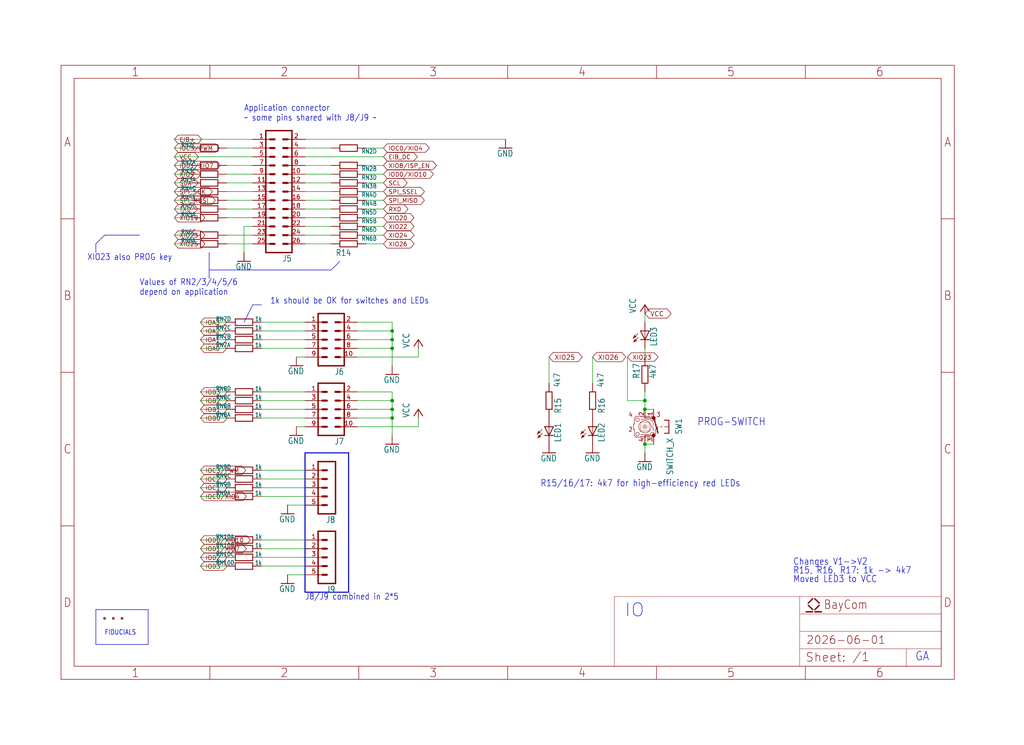
<source format=kicad_sch>
(kicad_sch (version 20230121) (generator eeschema)
  (paper "User" 298.45 217.322)
  (lib_symbols
    (symbol "gnax2-eagle-import:A4L-LOC"
      (symbol "A4L-LOC_1_0"
        (text "${#}/${##}" (at 230.505 5.08 0) (effects (font (size 2.54 2.54)) (justify left bottom)))
        (text "${CURRENT_DATE}" (at 217.17 10.16 0) (effects (font (size 2.286 2.286)) (justify left bottom)))
        (text "${PROJECTNAME}" (at 217.17 15.24 0) (effects (font (size 2.54 2.54)) (justify left bottom)))
        (text "1" (at 21.6958 1.905 0) (effects (font (size 2.54 2.286))))
        (text "1" (at 21.6958 177.165 0) (effects (font (size 2.54 2.286))))
        (text "2" (at 65.0875 1.905 0) (effects (font (size 2.54 2.286))))
        (text "2" (at 65.0875 177.165 0) (effects (font (size 2.54 2.286))))
        (text "3" (at 108.4792 1.905 0) (effects (font (size 2.54 2.286))))
        (text "3" (at 108.4792 177.165 0) (effects (font (size 2.54 2.286))))
        (text "4" (at 151.8708 1.905 0) (effects (font (size 2.54 2.286))))
        (text "4" (at 151.8708 177.165 0) (effects (font (size 2.54 2.286))))
        (text "5" (at 195.2625 1.905 0) (effects (font (size 2.54 2.286))))
        (text "5" (at 195.2625 177.165 0) (effects (font (size 2.54 2.286))))
        (text "6" (at 238.6542 1.905 0) (effects (font (size 2.54 2.286))))
        (text "6" (at 238.6542 177.165 0) (effects (font (size 2.54 2.286))))
        (text "A" (at 1.905 156.6863 0) (effects (font (size 2.54 2.286))))
        (text "A" (at 258.445 156.6863 0) (effects (font (size 2.54 2.286))))
        (text "B" (at 1.905 111.9188 0) (effects (font (size 2.54 2.286))))
        (text "B" (at 258.445 111.9188 0) (effects (font (size 2.54 2.286))))
        (text "BayCom" (at 222.25 20.32 0) (effects (font (size 2.54 2.159)) (justify left bottom)))
        (text "C" (at 1.905 67.1513 0) (effects (font (size 2.54 2.286))))
        (text "C" (at 258.445 67.1513 0) (effects (font (size 2.54 2.286))))
        (text "D" (at 1.905 22.3838 0) (effects (font (size 2.54 2.286))))
        (text "D" (at 258.445 22.3838 0) (effects (font (size 2.54 2.286))))
        (text "Sheet:" (at 216.916 4.953 0) (effects (font (size 2.54 2.54)) (justify left bottom)))
      )
    )
    (symbol "gnax2-eagle-import:FIDUCIAL_0.6-1.2MM")
    (symbol "gnax2-eagle-import:GND" (power)
      (property "Value" "GND" (at -2.54 -2.54 0))
      (symbol "GND_1_0"
        (pin power_in line (at 0 2.54 270) (length 2.54) (name "GND") (number "1"))
      )
    )
    (symbol "gnax2-eagle-import:LEDCHIP-LED0805"
      (property "Reference" "LED" (at 3.556 -4.572 90))
      (symbol "LEDCHIP-LED0805_1_0"
        (pin passive line (at 0 2.54 270) (length 2.54) (name "A") (number "A"))
        (pin passive line (at 0 -5.08 90) (length 2.54) (name "C") (number "C"))
      )
    )
    (symbol "gnax2-eagle-import:MA05-1"
      (property "Reference" "SV" (at -1.27 8.382 0))
      (symbol "MA05-1_1_0"
        (pin passive line (at 7.62 -5.08 180) (length 5.08) (name "1") (number "1"))
        (pin passive line (at 7.62 -2.54 180) (length 5.08) (name "2") (number "2"))
        (pin passive line (at 7.62 0 180) (length 5.08) (name "3") (number "3"))
        (pin passive line (at 7.62 2.54 180) (length 5.08) (name "4") (number "4"))
        (pin passive line (at 7.62 5.08 180) (length 5.08) (name "5") (number "5"))
      )
    )
    (symbol "gnax2-eagle-import:MA05-2"
      (property "Reference" "SV" (at -3.81 8.382 0))
      (symbol "MA05-2_1_0"
        (pin passive line (at 7.62 -5.08 180) (length 5.08) (name "1") (number "1"))
        (pin passive line (at -7.62 5.08 0) (length 5.08) (name "10") (number "10"))
        (pin passive line (at -7.62 -5.08 0) (length 5.08) (name "2") (number "2"))
        (pin passive line (at 7.62 -2.54 180) (length 5.08) (name "3") (number "3"))
        (pin passive line (at -7.62 -2.54 0) (length 5.08) (name "4") (number "4"))
        (pin passive line (at 7.62 0 180) (length 5.08) (name "5") (number "5"))
        (pin passive line (at -7.62 0 0) (length 5.08) (name "6") (number "6"))
        (pin passive line (at 7.62 2.54 180) (length 5.08) (name "7") (number "7"))
        (pin passive line (at -7.62 2.54 0) (length 5.08) (name "8") (number "8"))
        (pin passive line (at 7.62 5.08 180) (length 5.08) (name "9") (number "9"))
      )
    )
    (symbol "gnax2-eagle-import:MA13-2"
      (property "Reference" "SV" (at -3.81 18.542 0))
      (symbol "MA13-2_1_0"
        (pin passive line (at 7.62 -15.24 180) (length 5.08) (name "1") (number "1"))
        (pin passive line (at -7.62 -5.08 0) (length 5.08) (name "10") (number "10"))
        (pin passive line (at 7.62 -2.54 180) (length 5.08) (name "11") (number "11"))
        (pin passive line (at -7.62 -2.54 0) (length 5.08) (name "12") (number "12"))
        (pin passive line (at 7.62 0 180) (length 5.08) (name "13") (number "13"))
        (pin passive line (at -7.62 0 0) (length 5.08) (name "14") (number "14"))
        (pin passive line (at 7.62 2.54 180) (length 5.08) (name "15") (number "15"))
        (pin passive line (at -7.62 2.54 0) (length 5.08) (name "16") (number "16"))
        (pin passive line (at 7.62 5.08 180) (length 5.08) (name "17") (number "17"))
        (pin passive line (at -7.62 5.08 0) (length 5.08) (name "18") (number "18"))
        (pin passive line (at 7.62 7.62 180) (length 5.08) (name "19") (number "19"))
        (pin passive line (at -7.62 -15.24 0) (length 5.08) (name "2") (number "2"))
        (pin passive line (at -7.62 7.62 0) (length 5.08) (name "20") (number "20"))
        (pin passive line (at 7.62 10.16 180) (length 5.08) (name "21") (number "21"))
        (pin passive line (at -7.62 10.16 0) (length 5.08) (name "22") (number "22"))
        (pin passive line (at 7.62 12.7 180) (length 5.08) (name "23") (number "23"))
        (pin passive line (at -7.62 12.7 0) (length 5.08) (name "24") (number "24"))
        (pin passive line (at 7.62 15.24 180) (length 5.08) (name "25") (number "25"))
        (pin passive line (at -7.62 15.24 0) (length 5.08) (name "26") (number "26"))
        (pin passive line (at 7.62 -12.7 180) (length 5.08) (name "3") (number "3"))
        (pin passive line (at -7.62 -12.7 0) (length 5.08) (name "4") (number "4"))
        (pin passive line (at 7.62 -10.16 180) (length 5.08) (name "5") (number "5"))
        (pin passive line (at -7.62 -10.16 0) (length 5.08) (name "6") (number "6"))
        (pin passive line (at 7.62 -7.62 180) (length 5.08) (name "7") (number "7"))
        (pin passive line (at -7.62 -7.62 0) (length 5.08) (name "8") (number "8"))
        (pin passive line (at 7.62 -5.08 180) (length 5.08) (name "9") (number "9"))
      )
    )
    (symbol "gnax2-eagle-import:R-EU_R0603"
      (property "Reference" "R" (at -3.81 1.4986 0))
      (symbol "R-EU_R0603_1_0"
        (pin passive line (at -5.08 0 0) (length 2.54) (name "1") (number "1"))
        (pin passive line (at 5.08 0 180) (length 2.54) (name "2") (number "2"))
      )
    )
    (symbol "gnax2-eagle-import:RNET12061"
      (property "Reference" "RN" (at -8.255 0.254 0))
      (symbol "RNET12061_1_0"
        (pin bidirectional line (at -5.08 0 0) (length 2.54) (name "P$1") (number "1"))
        (pin bidirectional line (at 5.08 0 180) (length 2.54) (name "P$2") (number "8"))
      )
      (symbol "RNET12061_2_0"
        (pin bidirectional line (at -5.08 0 0) (length 2.54) (name "P$1") (number "2"))
        (pin bidirectional line (at 5.08 0 180) (length 2.54) (name "P$2") (number "7"))
      )
      (symbol "RNET12061_3_0"
        (pin bidirectional line (at -5.08 0 0) (length 2.54) (name "P$1") (number "3"))
        (pin bidirectional line (at 5.08 0 180) (length 2.54) (name "P$2") (number "6"))
      )
      (symbol "RNET12061_4_0"
        (pin bidirectional line (at -5.08 0 0) (length 2.54) (name "P$1") (number "4"))
        (pin bidirectional line (at 5.08 0 180) (length 2.54) (name "P$2") (number "5"))
      )
    )
    (symbol "gnax2-eagle-import:SWITCH_X"
      (property "Reference" "S" (at -6.35 -2.54 90))
      (symbol "SWITCH_X_1_0"
        (text "1" (at -1.778 1.651 0) (effects (font (size 1.27 1.0795)) (justify left bottom)))
        (text "2" (at 6.096 1.524 0) (effects (font (size 1.27 1.0795)) (justify left bottom)))
        (text "3" (at -2.032 -2.794 0) (effects (font (size 1.27 1.0795)) (justify left bottom)))
        (text "4" (at 6.096 -2.794 0) (effects (font (size 1.27 1.0795)) (justify left bottom)))
        (pin passive line (at 0 -5.08 90) (length 2.54) (name "P") (number "1"))
        (pin passive line (at 2.54 -5.08 90) (length 2.54) (name "P1") (number "2"))
        (pin passive line (at 0 5.08 270) (length 2.54) (name "S") (number "3"))
        (pin passive line (at 2.54 5.08 270) (length 2.54) (name "S1") (number "4"))
      )
    )
    (symbol "gnax2-eagle-import:VCC" (power)
      (property "Value" "VCC" (at -2.54 -2.54 90))
      (symbol "VCC_1_0"
        (pin power_in line (at 0 -2.54 90) (length 2.54) (name "VCC") (number "1"))
      )
    )
  )
  (junction (at 114.3 116.84))
  (junction (at 187.96 116.84))
  (junction (at 187.96 119.38))
  (junction (at 114.3 121.92))
  (junction (at 187.96 129.54))
  (junction (at 114.3 99.06))
  (junction (at 114.3 101.6))
  (junction (at 114.3 96.52))
  (junction (at 114.3 119.38))
  (wire (pts (xy 104.14 114.3) (xy 114.3 114.3)) (stroke (width 0.1524)))
  (wire (pts (xy 114.3 121.92) (xy 114.3 127)) (stroke (width 0.1524)))
  (wire (pts (xy 104.14 121.92) (xy 114.3 121.92)) (stroke (width 0.1524)))
  (wire (pts (xy 190.5 119.38) (xy 187.96 119.38)) (stroke (width 0.1524)))
  (wire (pts (xy 66.04 96.52) (xy 58.42 96.52)) (stroke (width 0.1524)))
  (polyline (pts (xy 27.94 73.66) (xy 27.94 71.12)) (stroke (width 0.1524) (type solid)))
  (wire (pts (xy 114.3 93.98) (xy 114.3 96.52)) (stroke (width 0.1524)))
  (wire (pts (xy 106.68 48.26) (xy 111.76 48.26)) (stroke (width 0.1524)))
  (wire (pts (xy 76.2 162.56) (xy 88.9 162.56)) (stroke (width 0.1524)))
  (wire (pts (xy 66.04 68.58) (xy 73.66 68.58)) (stroke (width 0.1524)))
  (wire (pts (xy 55.88 50.8) (xy 50.8 50.8)) (stroke (width 0.1524)))
  (wire (pts (xy 58.42 165.1) (xy 66.04 165.1)) (stroke (width 0.1524)))
  (polyline (pts (xy 30.48 68.58) (xy 40.64 68.58)) (stroke (width 0.1524) (type solid)))
  (wire (pts (xy 55.88 53.34) (xy 50.8 53.34)) (stroke (width 0.1524)))
  (polyline (pts (xy 60.96 78.74) (xy 96.52 78.74)) (stroke (width 0.1524) (type solid)))
  (wire (pts (xy 76.2 137.16) (xy 88.9 137.16)) (stroke (width 0.1524)))
  (wire (pts (xy 187.96 101.6) (xy 187.96 104.14)) (stroke (width 0.1524)))
  (wire (pts (xy 121.92 124.46) (xy 121.92 121.92)) (stroke (width 0.1524)))
  (wire (pts (xy 76.2 165.1) (xy 88.9 165.1)) (stroke (width 0.1524)))
  (wire (pts (xy 182.88 116.84) (xy 182.88 104.14)) (stroke (width 0.1524)))
  (wire (pts (xy 106.68 66.04) (xy 111.76 66.04)) (stroke (width 0.1524)))
  (wire (pts (xy 88.9 53.34) (xy 96.52 53.34)) (stroke (width 0.1524)))
  (wire (pts (xy 106.68 58.42) (xy 111.76 58.42)) (stroke (width 0.1524)))
  (polyline (pts (xy 27.94 177.8) (xy 27.94 187.96)) (stroke (width 0.1524) (type solid)))
  (polyline (pts (xy 96.52 78.74) (xy 99.06 76.2)) (stroke (width 0.1524) (type solid)))
  (wire (pts (xy 73.66 43.18) (xy 66.04 43.18)) (stroke (width 0.1524)))
  (wire (pts (xy 187.96 116.84) (xy 187.96 119.38)) (stroke (width 0.1524)))
  (wire (pts (xy 114.3 101.6) (xy 114.3 106.68)) (stroke (width 0.1524)))
  (wire (pts (xy 66.04 119.38) (xy 58.42 119.38)) (stroke (width 0.1524)))
  (wire (pts (xy 114.3 114.3) (xy 114.3 116.84)) (stroke (width 0.1524)))
  (wire (pts (xy 88.9 43.18) (xy 96.52 43.18)) (stroke (width 0.1524)))
  (wire (pts (xy 114.3 99.06) (xy 114.3 101.6)) (stroke (width 0.1524)))
  (wire (pts (xy 66.04 160.02) (xy 58.42 160.02)) (stroke (width 0.1524)))
  (wire (pts (xy 66.04 53.34) (xy 73.66 53.34)) (stroke (width 0.1524)))
  (wire (pts (xy 55.88 63.5) (xy 50.8 63.5)) (stroke (width 0.1524)))
  (wire (pts (xy 76.2 139.7) (xy 88.9 139.7)) (stroke (width 0.1524)))
  (polyline (pts (xy 60.96 73.66) (xy 60.96 78.74)) (stroke (width 0.1524) (type solid)))
  (wire (pts (xy 73.66 45.72) (xy 50.8 45.72)) (stroke (width 0.1524)))
  (wire (pts (xy 55.88 43.18) (xy 50.8 43.18)) (stroke (width 0.1524)))
  (wire (pts (xy 76.2 99.06) (xy 88.9 99.06)) (stroke (width 0.1524)))
  (wire (pts (xy 66.04 121.92) (xy 58.42 121.92)) (stroke (width 0.1524)))
  (wire (pts (xy 76.2 93.98) (xy 88.9 93.98)) (stroke (width 0.1524)))
  (wire (pts (xy 114.3 96.52) (xy 114.3 99.06)) (stroke (width 0.1524)))
  (wire (pts (xy 50.8 71.12) (xy 55.88 71.12)) (stroke (width 0.1524)))
  (wire (pts (xy 76.2 121.92) (xy 88.9 121.92)) (stroke (width 0.1524)))
  (wire (pts (xy 66.04 55.88) (xy 73.66 55.88)) (stroke (width 0.1524)))
  (wire (pts (xy 106.68 63.5) (xy 111.76 63.5)) (stroke (width 0.1524)))
  (wire (pts (xy 106.68 53.34) (xy 111.76 53.34)) (stroke (width 0.1524)))
  (wire (pts (xy 66.04 139.7) (xy 58.42 139.7)) (stroke (width 0.1524)))
  (wire (pts (xy 114.3 116.84) (xy 114.3 119.38)) (stroke (width 0.1524)))
  (wire (pts (xy 55.88 55.88) (xy 50.8 55.88)) (stroke (width 0.1524)))
  (wire (pts (xy 88.9 40.64) (xy 147.32 40.64)) (stroke (width 0.1524)))
  (wire (pts (xy 55.88 68.58) (xy 50.8 68.58)) (stroke (width 0.1524)))
  (wire (pts (xy 114.3 119.38) (xy 114.3 121.92)) (stroke (width 0.1524)))
  (wire (pts (xy 88.9 48.26) (xy 96.52 48.26)) (stroke (width 0.1524)))
  (wire (pts (xy 58.42 142.24) (xy 66.04 142.24)) (stroke (width 0.1524)))
  (wire (pts (xy 88.9 45.72) (xy 111.76 45.72)) (stroke (width 0.1524)))
  (wire (pts (xy 76.2 160.02) (xy 88.9 160.02)) (stroke (width 0.1524)))
  (wire (pts (xy 187.96 93.98) (xy 187.96 91.44)) (stroke (width 0.1524)))
  (wire (pts (xy 76.2 101.6) (xy 88.9 101.6)) (stroke (width 0.1524)))
  (wire (pts (xy 66.04 48.26) (xy 73.66 48.26)) (stroke (width 0.1524)))
  (wire (pts (xy 76.2 119.38) (xy 88.9 119.38)) (stroke (width 0.1524)))
  (wire (pts (xy 58.42 162.56) (xy 66.04 162.56)) (stroke (width 0.1524)))
  (wire (pts (xy 187.96 116.84) (xy 182.88 116.84)) (stroke (width 0.1524)))
  (wire (pts (xy 58.42 116.84) (xy 66.04 116.84)) (stroke (width 0.1524)))
  (wire (pts (xy 190.5 129.54) (xy 187.96 129.54)) (stroke (width 0.1524)))
  (wire (pts (xy 106.68 60.96) (xy 111.76 60.96)) (stroke (width 0.1524)))
  (wire (pts (xy 104.14 104.14) (xy 121.92 104.14)) (stroke (width 0.1524)))
  (wire (pts (xy 66.04 60.96) (xy 73.66 60.96)) (stroke (width 0.1524)))
  (wire (pts (xy 55.88 48.26) (xy 50.8 48.26)) (stroke (width 0.1524)))
  (wire (pts (xy 96.52 60.96) (xy 88.9 60.96)) (stroke (width 0.1524)))
  (wire (pts (xy 104.14 99.06) (xy 114.3 99.06)) (stroke (width 0.1524)))
  (wire (pts (xy 66.04 93.98) (xy 58.42 93.98)) (stroke (width 0.1524)))
  (wire (pts (xy 58.42 137.16) (xy 66.04 137.16)) (stroke (width 0.1524)))
  (wire (pts (xy 104.14 96.52) (xy 114.3 96.52)) (stroke (width 0.1524)))
  (wire (pts (xy 66.04 58.42) (xy 73.66 58.42)) (stroke (width 0.1524)))
  (wire (pts (xy 66.04 71.12) (xy 73.66 71.12)) (stroke (width 0.1524)))
  (wire (pts (xy 106.68 50.8) (xy 111.76 50.8)) (stroke (width 0.1524)))
  (wire (pts (xy 83.82 147.32) (xy 88.9 147.32)) (stroke (width 0.1524)))
  (wire (pts (xy 104.14 93.98) (xy 114.3 93.98)) (stroke (width 0.1524)))
  (polyline (pts (xy 88.9 132.08) (xy 88.9 172.72)) (stroke (width 0.3048) (type solid)))
  (wire (pts (xy 106.68 68.58) (xy 111.76 68.58)) (stroke (width 0.1524)))
  (wire (pts (xy 96.52 58.42) (xy 88.9 58.42)) (stroke (width 0.1524)))
  (wire (pts (xy 88.9 50.8) (xy 96.52 50.8)) (stroke (width 0.1524)))
  (wire (pts (xy 104.14 124.46) (xy 121.92 124.46)) (stroke (width 0.1524)))
  (wire (pts (xy 66.04 99.06) (xy 58.42 99.06)) (stroke (width 0.1524)))
  (wire (pts (xy 96.52 63.5) (xy 88.9 63.5)) (stroke (width 0.1524)))
  (wire (pts (xy 96.52 68.58) (xy 88.9 68.58)) (stroke (width 0.1524)))
  (wire (pts (xy 76.2 142.24) (xy 88.9 142.24)) (stroke (width 0.1524)))
  (wire (pts (xy 76.2 114.3) (xy 88.9 114.3)) (stroke (width 0.1524)))
  (wire (pts (xy 76.2 96.52) (xy 88.9 96.52)) (stroke (width 0.1524)))
  (polyline (pts (xy 60.96 78.74) (xy 60.96 81.28)) (stroke (width 0.1524) (type solid)))
  (wire (pts (xy 172.72 111.76) (xy 172.72 104.14)) (stroke (width 0.1524)))
  (wire (pts (xy 104.14 116.84) (xy 114.3 116.84)) (stroke (width 0.1524)))
  (wire (pts (xy 86.36 124.46) (xy 88.9 124.46)) (stroke (width 0.1524)))
  (wire (pts (xy 66.04 114.3) (xy 58.42 114.3)) (stroke (width 0.1524)))
  (wire (pts (xy 55.88 58.42) (xy 50.8 58.42)) (stroke (width 0.1524)))
  (polyline (pts (xy 27.94 187.96) (xy 43.18 187.96)) (stroke (width 0.1524) (type solid)))
  (wire (pts (xy 187.96 114.3) (xy 187.96 116.84)) (stroke (width 0.1524)))
  (wire (pts (xy 187.96 129.54) (xy 187.96 132.08)) (stroke (width 0.1524)))
  (polyline (pts (xy 88.9 172.72) (xy 101.6 172.72)) (stroke (width 0.3048) (type solid)))
  (wire (pts (xy 88.9 55.88) (xy 96.52 55.88)) (stroke (width 0.1524)))
  (wire (pts (xy 55.88 60.96) (xy 50.8 60.96)) (stroke (width 0.1524)))
  (wire (pts (xy 104.14 101.6) (xy 114.3 101.6)) (stroke (width 0.1524)))
  (wire (pts (xy 73.66 40.64) (xy 50.8 40.64)) (stroke (width 0.1524)))
  (wire (pts (xy 66.04 157.48) (xy 58.42 157.48)) (stroke (width 0.1524)))
  (wire (pts (xy 104.14 119.38) (xy 114.3 119.38)) (stroke (width 0.1524)))
  (wire (pts (xy 73.66 66.04) (xy 71.12 66.04)) (stroke (width 0.1524)))
  (wire (pts (xy 96.52 71.12) (xy 88.9 71.12)) (stroke (width 0.1524)))
  (polyline (pts (xy 73.66 88.9) (xy 71.12 93.98)) (stroke (width 0.1524) (type solid)))
  (wire (pts (xy 76.2 144.78) (xy 88.9 144.78)) (stroke (width 0.1524)))
  (polyline (pts (xy 43.18 187.96) (xy 43.18 177.8)) (stroke (width 0.1524) (type solid)))
  (wire (pts (xy 66.04 50.8) (xy 73.66 50.8)) (stroke (width 0.1524)))
  (wire (pts (xy 106.68 43.18) (xy 111.76 43.18)) (stroke (width 0.1524)))
  (wire (pts (xy 106.68 71.12) (xy 111.76 71.12)) (stroke (width 0.1524)))
  (wire (pts (xy 76.2 116.84) (xy 88.9 116.84)) (stroke (width 0.1524)))
  (wire (pts (xy 86.36 104.14) (xy 88.9 104.14)) (stroke (width 0.1524)))
  (wire (pts (xy 106.68 55.88) (xy 111.76 55.88)) (stroke (width 0.1524)))
  (wire (pts (xy 71.12 66.04) (xy 71.12 73.66)) (stroke (width 0.1524)))
  (wire (pts (xy 76.2 157.48) (xy 88.9 157.48)) (stroke (width 0.1524)))
  (wire (pts (xy 160.02 111.76) (xy 160.02 104.14)) (stroke (width 0.1524)))
  (wire (pts (xy 96.52 66.04) (xy 88.9 66.04)) (stroke (width 0.1524)))
  (wire (pts (xy 66.04 144.78) (xy 58.42 144.78)) (stroke (width 0.1524)))
  (wire (pts (xy 83.82 167.64) (xy 88.9 167.64)) (stroke (width 0.1524)))
  (polyline (pts (xy 101.6 132.08) (xy 88.9 132.08)) (stroke (width 0.3048) (type solid)))
  (wire (pts (xy 66.04 101.6) (xy 58.42 101.6)) (stroke (width 0.1524)))
  (polyline (pts (xy 101.6 172.72) (xy 101.6 132.08)) (stroke (width 0.3048) (type solid)))
  (polyline (pts (xy 76.2 88.9) (xy 73.66 88.9)) (stroke (width 0.1524) (type solid)))
  (polyline (pts (xy 43.18 177.8) (xy 27.94 177.8)) (stroke (width 0.1524) (type solid)))
  (wire (pts (xy 66.04 63.5) (xy 73.66 63.5)) (stroke (width 0.1524)))
  (polyline (pts (xy 27.94 71.12) (xy 30.48 68.58)) (stroke (width 0.1524) (type solid)))
  (wire (pts (xy 121.92 104.14) (xy 121.92 101.6)) (stroke (width 0.1524)))
  (text "XIO23 also PROG key~{}" (at 25.4 76.2 0) (effects (font (size 1.778 1.5113)) (justify left bottom)))
  (text "Moved LED3 to VCC" (at 231.14 170.18 0) (effects (font (size 1.9304 1.6408)) (justify left bottom)))
  (text "1k should be OK for switches and LEDs" (at 78.74 88.9 0) (effects (font (size 1.778 1.5113)) (justify left bottom)))
  (text "IO" (at 187.96 180.34 0) (effects (font (size 3.81 3.81)) (justify right bottom)))
  (text "FIDUCIALS" (at 30.48 185.42 0) (effects (font (size 1.4224 1.209)) (justify left bottom)))
  (text "GA" (at 266.7 193.04 0) (effects (font (size 2.54 2.159)) (justify left bottom)))
  (text "R15/16/17: 4k7 for high-efficiency red LEDs" (at 157.48 142.24 0) (effects (font (size 1.9304 1.6408)) (justify left bottom)))
  (text "Changes V1->V2" (at 231.14 165.1 0) (effects (font (size 1.9304 1.6408)) (justify left bottom)))
  (text "J8/J9 combined in 2*5" (at 88.9 175.26 0) (effects (font (size 1.778 1.5113)) (justify left bottom)))
  (text "Application connector\n~~{} some pins shared with J8/J9 ~~{}" (at 71.12 35.56 0) (effects (font (size 1.778 1.5113)) (justify left bottom)))
  (text "R15, R16, R17: 1k -> 4k7" (at 231.14 167.64 0) (effects (font (size 1.9304 1.6408)) (justify left bottom)))
  (text "PROG-SWITCH" (at 203.2 124.46 0) (effects (font (size 2.1844 1.8567)) (justify left bottom)))
  (text "Values of RN2/3/4/5/6\ndepend on application" (at 40.64 86.36 0) (effects (font (size 1.778 1.5113)) (justify left bottom)))
  (global_label "XIO26" (shape bidirectional) (at 111.76 71.12 0) (effects (font (size 1.2446 1.2446))) (property "Intersheetrefs" "${INTERSHEET_REFS}" (effects hide)))
  (global_label "VCC" (shape bidirectional) (at 187.96 91.44 0) (effects (font (size 1.3513 1.3513))) (property "Intersheetrefs" "${INTERSHEET_REFS}" (effects hide)))
  (global_label "RXD" (shape bidirectional) (at 111.76 60.96 0) (effects (font (size 1.2446 1.2446))) (property "Intersheetrefs" "${INTERSHEET_REFS}" (effects hide)))
  (global_label "SPI_MOSI" (shape bidirectional) (at 50.8 58.42 0) (effects (font (size 1.2446 1.2446))) (property "Intersheetrefs" "${INTERSHEET_REFS}" (effects hide)))
  (global_label "SCL" (shape bidirectional) (at 111.76 53.34 0) (effects (font (size 1.2446 1.2446))) (property "Intersheetrefs" "${INTERSHEET_REFS}" (effects hide)))
  (global_label "IOC0/XIO4" (shape bidirectional) (at 58.42 144.78 0) (effects (font (size 1.2446 1.2446))) (property "Intersheetrefs" "${INTERSHEET_REFS}" (effects hide)))
  (global_label "EIB+" (shape bidirectional) (at 50.8 40.64 0) (effects (font (size 1.2446 1.2446))) (property "Intersheetrefs" "${INTERSHEET_REFS}" (effects hide)))
  (global_label "TXD" (shape bidirectional) (at 50.8 60.96 0) (effects (font (size 1.2446 1.2446))) (property "Intersheetrefs" "${INTERSHEET_REFS}" (effects hide)))
  (global_label "IOD3" (shape bidirectional) (at 58.42 165.1 0) (effects (font (size 1.2446 1.2446))) (property "Intersheetrefs" "${INTERSHEET_REFS}" (effects hide)))
  (global_label "XIO25" (shape bidirectional) (at 160.02 104.14 0) (effects (font (size 1.3513 1.3513))) (property "Intersheetrefs" "${INTERSHEET_REFS}" (effects hide)))
  (global_label "VCC" (shape bidirectional) (at 50.8 45.72 0) (effects (font (size 1.2446 1.2446))) (property "Intersheetrefs" "${INTERSHEET_REFS}" (effects hide)))
  (global_label "IOC2" (shape bidirectional) (at 58.42 139.7 0) (effects (font (size 1.2446 1.2446))) (property "Intersheetrefs" "${INTERSHEET_REFS}" (effects hide)))
  (global_label "SDA" (shape bidirectional) (at 50.8 53.34 0) (effects (font (size 1.2446 1.2446))) (property "Intersheetrefs" "${INTERSHEET_REFS}" (effects hide)))
  (global_label "IOD1/XIO7" (shape bidirectional) (at 58.42 160.02 0) (effects (font (size 1.2446 1.2446))) (property "Intersheetrefs" "${INTERSHEET_REFS}" (effects hide)))
  (global_label "IOA0" (shape bidirectional) (at 58.42 101.6 0) (effects (font (size 1.2446 1.2446))) (property "Intersheetrefs" "${INTERSHEET_REFS}" (effects hide)))
  (global_label "XIO19" (shape bidirectional) (at 50.8 63.5 0) (effects (font (size 1.2446 1.2446))) (property "Intersheetrefs" "${INTERSHEET_REFS}" (effects hide)))
  (global_label "IOA3" (shape bidirectional) (at 58.42 93.98 0) (effects (font (size 1.2446 1.2446))) (property "Intersheetrefs" "${INTERSHEET_REFS}" (effects hide)))
  (global_label "IOD0/XIO10" (shape bidirectional) (at 58.42 157.48 0) (effects (font (size 1.2446 1.2446))) (property "Intersheetrefs" "${INTERSHEET_REFS}" (effects hide)))
  (global_label "IOB2" (shape bidirectional) (at 58.42 116.84 0) (effects (font (size 1.2446 1.2446))) (property "Intersheetrefs" "${INTERSHEET_REFS}" (effects hide)))
  (global_label "EIB_DC" (shape bidirectional) (at 111.76 45.72 0) (effects (font (size 1.2446 1.2446))) (property "Intersheetrefs" "${INTERSHEET_REFS}" (effects hide)))
  (global_label "XIO23" (shape bidirectional) (at 182.88 104.14 0) (effects (font (size 1.2446 1.2446))) (property "Intersheetrefs" "${INTERSHEET_REFS}" (effects hide)))
  (global_label "IOC3/PWM" (shape bidirectional) (at 58.42 137.16 0) (effects (font (size 1.2446 1.2446))) (property "Intersheetrefs" "${INTERSHEET_REFS}" (effects hide)))
  (global_label "XIO23" (shape bidirectional) (at 50.8 68.58 0) (effects (font (size 1.2446 1.2446))) (property "Intersheetrefs" "${INTERSHEET_REFS}" (effects hide)))
  (global_label "IOC1" (shape bidirectional) (at 58.42 142.24 0) (effects (font (size 1.2446 1.2446))) (property "Intersheetrefs" "${INTERSHEET_REFS}" (effects hide)))
  (global_label "IOB1" (shape bidirectional) (at 58.42 119.38 0) (effects (font (size 1.2446 1.2446))) (property "Intersheetrefs" "${INTERSHEET_REFS}" (effects hide)))
  (global_label "XIO8/ISP_EN" (shape bidirectional) (at 111.76 48.26 0) (effects (font (size 1.2446 1.2446))) (property "Intersheetrefs" "${INTERSHEET_REFS}" (effects hide)))
  (global_label "IOA1" (shape bidirectional) (at 58.42 99.06 0) (effects (font (size 1.2446 1.2446))) (property "Intersheetrefs" "${INTERSHEET_REFS}" (effects hide)))
  (global_label "XIO20" (shape bidirectional) (at 111.76 63.5 0) (effects (font (size 1.2446 1.2446))) (property "Intersheetrefs" "${INTERSHEET_REFS}" (effects hide)))
  (global_label "IOC3/PWM" (shape bidirectional) (at 50.8 43.18 0) (effects (font (size 1.2446 1.2446))) (property "Intersheetrefs" "${INTERSHEET_REFS}" (effects hide)))
  (global_label "XIO22" (shape bidirectional) (at 111.76 66.04 0) (effects (font (size 1.2446 1.2446))) (property "Intersheetrefs" "${INTERSHEET_REFS}" (effects hide)))
  (global_label "IOA2" (shape bidirectional) (at 58.42 96.52 0) (effects (font (size 1.2446 1.2446))) (property "Intersheetrefs" "${INTERSHEET_REFS}" (effects hide)))
  (global_label "IOC0/XIO4" (shape bidirectional) (at 111.76 43.18 0) (effects (font (size 1.2446 1.2446))) (property "Intersheetrefs" "${INTERSHEET_REFS}" (effects hide)))
  (global_label "IOB3" (shape bidirectional) (at 58.42 114.3 0) (effects (font (size 1.2446 1.2446))) (property "Intersheetrefs" "${INTERSHEET_REFS}" (effects hide)))
  (global_label "IOB0" (shape bidirectional) (at 58.42 121.92 0) (effects (font (size 1.2446 1.2446))) (property "Intersheetrefs" "${INTERSHEET_REFS}" (effects hide)))
  (global_label "XIO26" (shape bidirectional) (at 172.72 104.14 0) (effects (font (size 1.3513 1.3513))) (property "Intersheetrefs" "${INTERSHEET_REFS}" (effects hide)))
  (global_label "XIO25" (shape bidirectional) (at 50.8 71.12 0) (effects (font (size 1.2446 1.2446))) (property "Intersheetrefs" "${INTERSHEET_REFS}" (effects hide)))
  (global_label "IOD2" (shape bidirectional) (at 58.42 162.56 0) (effects (font (size 1.2446 1.2446))) (property "Intersheetrefs" "${INTERSHEET_REFS}" (effects hide)))
  (global_label "XIO24" (shape bidirectional) (at 111.76 68.58 0) (effects (font (size 1.2446 1.2446))) (property "Intersheetrefs" "${INTERSHEET_REFS}" (effects hide)))
  (global_label "IOD0/XIO10" (shape bidirectional) (at 111.76 50.8 0) (effects (font (size 1.2446 1.2446))) (property "Intersheetrefs" "${INTERSHEET_REFS}" (effects hide)))
  (global_label "SPI_MISO" (shape bidirectional) (at 111.76 58.42 0) (effects (font (size 1.2446 1.2446))) (property "Intersheetrefs" "${INTERSHEET_REFS}" (effects hide)))
  (global_label "IOD1/XIO7" (shape bidirectional) (at 50.8 48.26 0) (effects (font (size 1.2446 1.2446))) (property "Intersheetrefs" "${INTERSHEET_REFS}" (effects hide)))
  (global_label "SPI_SSEL" (shape bidirectional) (at 111.76 55.88 0) (effects (font (size 1.2446 1.2446))) (property "Intersheetrefs" "${INTERSHEET_REFS}" (effects hide)))
  (global_label "SPI_SCK" (shape bidirectional) (at 50.8 55.88 0) (effects (font (size 1.2446 1.2446))) (property "Intersheetrefs" "${INTERSHEET_REFS}" (effects hide)))
  (global_label "XIO9" (shape bidirectional) (at 50.8 50.8 0) (effects (font (size 1.2446 1.2446))) (property "Intersheetrefs" "${INTERSHEET_REFS}" (effects hide)))
  (symbol (lib_id "gnax2-eagle-import:RNET12061") (at 60.96 58.42 0) (unit 1)
    (property "Reference" "RN4" (at 52.705 58.166 0) (effects (font (size 1.27 1.0795)) (justify left bottom)))
    (property "Value" "RNET12061" (effects hide))
    (property "Footprint" "gnax2:1206_8" (effects hide))
  )
  (symbol (lib_id "gnax2-eagle-import:MA13-2") (at 81.28 55.88 180) (unit 1)
    (property "Reference" "J5" (at 85.09 74.422 0) (effects (font (size 1.778 1.5113)) (justify left bottom)))
    (property "Value" "MA13-2" (effects hide))
    (property "Footprint" "gnax2:MA13-2" (effects hide))
  )
  (symbol (lib_id "gnax2-eagle-import:MA05-1") (at 96.52 162.56 180) (unit 1)
    (property "Reference" "J9" (at 97.79 170.942 0) (effects (font (size 1.778 1.5113)) (justify left bottom)))
    (property "Value" "MA05-1" (effects hide))
    (property "Footprint" "gnax2:MA05-1" (effects hide))
  )
  (symbol (lib_id "gnax2-eagle-import:SWITCH_X") (at 190.5 124.46 180) (unit 1)
    (property "Reference" "SW1" (at 196.85 121.92 90) (effects (font (size 1.778 1.5113)) (justify left bottom)))
    (property "Value" "SWITCH_X" (at 194.31 127.635 90) (effects (font (size 1.778 1.5113)) (justify left bottom)))
    (property "Footprint" "gnax2:SWITCH_PTS810" (effects hide))
  )
  (symbol (lib_id "gnax2-eagle-import:MA05-2") (at 96.52 99.06 180) (unit 1)
    (property "Reference" "J6" (at 100.33 107.442 0) (effects (font (size 1.778 1.5113)) (justify left bottom)))
    (property "Value" "MA05-2" (effects hide))
    (property "Footprint" "gnax2:MA05-2" (effects hide))
  )
  (symbol (lib_id "gnax2-eagle-import:RNET12061") (at 101.6 63.5 180) (unit 2)
    (property "Reference" "RN5" (at 109.855 63.754 0) (effects (font (size 1.27 1.0795)) (justify left bottom)))
    (property "Value" "RNET12061" (effects hide))
    (property "Footprint" "gnax2:1206_8" (effects hide))
  )
  (symbol (lib_id "gnax2-eagle-import:RNET12061") (at 71.12 119.38 0) (unit 2)
    (property "Reference" "RN8" (at 62.865 119.126 0) (effects (font (size 1.27 1.0795)) (justify left bottom)))
    (property "Value" "1k" (at 74.295 119.126 0) (effects (font (size 1.27 1.0795)) (justify left bottom)))
    (property "Footprint" "gnax2:1206_8" (effects hide))
  )
  (symbol (lib_id "gnax2-eagle-import:RNET12061") (at 101.6 66.04 180) (unit 4)
    (property "Reference" "RN6" (at 109.855 66.294 0) (effects (font (size 1.27 1.0795)) (justify left bottom)))
    (property "Value" "RNET12061" (effects hide))
    (property "Footprint" "gnax2:1206_8" (effects hide))
  )
  (symbol (lib_id "gnax2-eagle-import:RNET12061") (at 101.6 60.96 180) (unit 4)
    (property "Reference" "RN5" (at 109.855 61.214 0) (effects (font (size 1.27 1.0795)) (justify left bottom)))
    (property "Value" "RNET12061" (effects hide))
    (property "Footprint" "gnax2:1206_8" (effects hide))
  )
  (symbol (lib_id "gnax2-eagle-import:RNET12061") (at 101.6 50.8 180) (unit 4)
    (property "Reference" "RN3" (at 109.855 51.054 0) (effects (font (size 1.27 1.0795)) (justify left bottom)))
    (property "Value" "RNET12061" (effects hide))
    (property "Footprint" "gnax2:1206_8" (effects hide))
  )
  (symbol (lib_id "gnax2-eagle-import:RNET12061") (at 71.12 101.6 0) (unit 1)
    (property "Reference" "RN7" (at 62.865 101.346 0) (effects (font (size 1.27 1.0795)) (justify left bottom)))
    (property "Value" "1k" (at 74.295 101.346 0) (effects (font (size 1.27 1.0795)) (justify left bottom)))
    (property "Footprint" "gnax2:1206_8" (effects hide))
  )
  (symbol (lib_id "gnax2-eagle-import:RNET12061") (at 101.6 43.18 180) (unit 4)
    (property "Reference" "RN2" (at 109.855 43.434 0) (effects (font (size 1.27 1.0795)) (justify left bottom)))
    (property "Value" "RNET12061" (effects hide))
    (property "Footprint" "gnax2:1206_8" (effects hide))
  )
  (symbol (lib_id "gnax2-eagle-import:R-EU_R0603") (at 101.6 71.12 0) (unit 1)
    (property "Reference" "R14" (at 97.79 74.7014 0) (effects (font (size 1.778 1.5113)) (justify left bottom)))
    (property "Value" "R-EU_R0603" (effects hide))
    (property "Footprint" "gnax2:R0603" (effects hide))
  )
  (symbol (lib_id "gnax2-eagle-import:LEDCHIP-LED0805") (at 187.96 96.52 0) (unit 1)
    (property "Reference" "LED3" (at 191.516 101.092 90) (effects (font (size 1.778 1.5113)) (justify left bottom)))
    (property "Value" "LEDCHIP-LED0805" (effects hide))
    (property "Footprint" "gnax2:CHIP-LED0805" (effects hide))
  )
  (symbol (lib_id "gnax2-eagle-import:VCC") (at 121.92 99.06 0) (unit 1)
    (property "Reference" "#+3V3" (effects hide))
    (property "Value" "VCC" (at 119.38 101.6 90) (effects (font (size 1.778 1.5113)) (justify left bottom)))
  )
  (symbol (lib_id "gnax2-eagle-import:RNET12061") (at 71.12 116.84 0) (unit 3)
    (property "Reference" "RN8" (at 62.865 116.586 0) (effects (font (size 1.27 1.0795)) (justify left bottom)))
    (property "Value" "1k" (at 74.295 116.586 0) (effects (font (size 1.27 1.0795)) (justify left bottom)))
    (property "Footprint" "gnax2:1206_8" (effects hide))
  )
  (symbol (lib_id "gnax2-eagle-import:MA05-1") (at 96.52 142.24 180) (unit 1)
    (property "Reference" "J8" (at 97.79 150.622 0) (effects (font (size 1.778 1.5113)) (justify left bottom)))
    (property "Value" "MA05-1" (effects hide))
    (property "Footprint" "gnax2:MA05-1" (effects hide))
  )
  (symbol (lib_id "gnax2-eagle-import:GND") (at 187.96 134.62 0) (unit 1)
    (property "Reference" "#GND24" (effects hide))
    (property "Value" "GND" (at 185.42 137.16 0) (effects (font (size 1.778 1.5113)) (justify left bottom)))
  )
  (symbol (lib_id "gnax2-eagle-import:RNET12061") (at 71.12 142.24 0) (unit 2)
    (property "Reference" "RN9" (at 62.865 141.986 0) (effects (font (size 1.27 1.0795)) (justify left bottom)))
    (property "Value" "1k" (at 74.295 141.986 0) (effects (font (size 1.27 1.0795)) (justify left bottom)))
    (property "Footprint" "gnax2:1206_8" (effects hide))
  )
  (symbol (lib_id "gnax2-eagle-import:RNET12061") (at 71.12 157.48 0) (unit 1)
    (property "Reference" "RN10" (at 62.865 157.226 0) (effects (font (size 1.27 1.0795)) (justify left bottom)))
    (property "Value" "1k" (at 74.295 157.226 0) (effects (font (size 1.27 1.0795)) (justify left bottom)))
    (property "Footprint" "gnax2:1206_8" (effects hide))
  )
  (symbol (lib_id "gnax2-eagle-import:RNET12061") (at 60.96 50.8 0) (unit 3)
    (property "Reference" "RN3" (at 52.705 50.546 0) (effects (font (size 1.27 1.0795)) (justify left bottom)))
    (property "Value" "RNET12061" (effects hide))
    (property "Footprint" "gnax2:1206_8" (effects hide))
  )
  (symbol (lib_id "gnax2-eagle-import:LEDCHIP-LED0805") (at 172.72 124.46 0) (unit 1)
    (property "Reference" "LED2" (at 176.276 129.032 90) (effects (font (size 1.778 1.5113)) (justify left bottom)))
    (property "Value" "LEDCHIP-LED0805" (effects hide))
    (property "Footprint" "gnax2:CHIP-LED0805" (effects hide))
  )
  (symbol (lib_id "gnax2-eagle-import:FIDUCIAL_0.6-1.2MM") (at 33.02 180.34 0) (unit 1)
    (property "Reference" "X8" (effects hide))
    (property "Value" "FIDUCIAL_0.6-1.2MM" (effects hide))
    (property "Footprint" "gnax2:FIDUCIAL0.6-1.2" (effects hide))
  )
  (symbol (lib_id "gnax2-eagle-import:RNET12061") (at 71.12 96.52 0) (unit 3)
    (property "Reference" "RN7" (at 62.865 96.266 0) (effects (font (size 1.27 1.0795)) (justify left bottom)))
    (property "Value" "1k" (at 74.295 96.266 0) (effects (font (size 1.27 1.0795)) (justify left bottom)))
    (property "Footprint" "gnax2:1206_8" (effects hide))
  )
  (symbol (lib_id "gnax2-eagle-import:RNET12061") (at 101.6 58.42 180) (unit 2)
    (property "Reference" "RN4" (at 109.855 58.674 0) (effects (font (size 1.27 1.0795)) (justify left bottom)))
    (property "Value" "RNET12061" (effects hide))
    (property "Footprint" "gnax2:1206_8" (effects hide))
  )
  (symbol (lib_id "gnax2-eagle-import:RNET12061") (at 60.96 71.12 0) (unit 1)
    (property "Reference" "RN6" (at 52.705 70.866 0) (effects (font (size 1.27 1.0795)) (justify left bottom)))
    (property "Value" "RNET12061" (effects hide))
    (property "Footprint" "gnax2:1206_8" (effects hide))
  )
  (symbol (lib_id "gnax2-eagle-import:FIDUCIAL_0.6-1.2MM") (at 35.56 180.34 0) (unit 1)
    (property "Reference" "X9" (effects hide))
    (property "Value" "FIDUCIAL_0.6-1.2MM" (effects hide))
    (property "Footprint" "gnax2:FIDUCIAL0.6-1.2" (effects hide))
  )
  (symbol (lib_id "gnax2-eagle-import:RNET12061") (at 60.96 68.58 0) (unit 3)
    (property "Reference" "RN6" (at 52.705 68.326 0) (effects (font (size 1.27 1.0795)) (justify left bottom)))
    (property "Value" "RNET12061" (effects hide))
    (property "Footprint" "gnax2:1206_8" (effects hide))
  )
  (symbol (lib_id "gnax2-eagle-import:RNET12061") (at 71.12 93.98 0) (unit 4)
    (property "Reference" "RN7" (at 62.865 93.726 0) (effects (font (size 1.27 1.0795)) (justify left bottom)))
    (property "Value" "1k" (at 74.295 93.726 0) (effects (font (size 1.27 1.0795)) (justify left bottom)))
    (property "Footprint" "gnax2:1206_8" (effects hide))
  )
  (symbol (lib_id "gnax2-eagle-import:RNET12061") (at 71.12 99.06 0) (unit 2)
    (property "Reference" "RN7" (at 62.865 98.806 0) (effects (font (size 1.27 1.0795)) (justify left bottom)))
    (property "Value" "1k" (at 74.295 98.806 0) (effects (font (size 1.27 1.0795)) (justify left bottom)))
    (property "Footprint" "gnax2:1206_8" (effects hide))
  )
  (symbol (lib_id "gnax2-eagle-import:R-EU_R0603") (at 187.96 109.22 90) (unit 1)
    (property "Reference" "R17" (at 186.4614 110.49 0) (effects (font (size 1.778 1.5113)) (justify left bottom)))
    (property "Value" "4k7" (at 191.262 110.49 0) (effects (font (size 1.778 1.5113)) (justify left bottom)))
    (property "Footprint" "gnax2:R0603" (effects hide))
  )
  (symbol (lib_id "gnax2-eagle-import:LEDCHIP-LED0805") (at 160.02 124.46 0) (unit 1)
    (property "Reference" "LED1" (at 163.576 129.032 90) (effects (font (size 1.778 1.5113)) (justify left bottom)))
    (property "Value" "LEDCHIP-LED0805" (effects hide))
    (property "Footprint" "gnax2:CHIP-LED0805" (effects hide))
  )
  (symbol (lib_id "gnax2-eagle-import:GND") (at 114.3 129.54 0) (unit 1)
    (property "Reference" "#GND18" (effects hide))
    (property "Value" "GND" (at 111.76 132.08 0) (effects (font (size 1.778 1.5113)) (justify left bottom)))
  )
  (symbol (lib_id "gnax2-eagle-import:GND") (at 147.32 43.18 0) (unit 1)
    (property "Reference" "#GND21" (effects hide))
    (property "Value" "GND" (at 144.78 45.72 0) (effects (font (size 1.778 1.5113)) (justify left bottom)))
  )
  (symbol (lib_id "gnax2-eagle-import:RNET12061") (at 71.12 160.02 0) (unit 2)
    (property "Reference" "RN10" (at 62.865 159.766 0) (effects (font (size 1.27 1.0795)) (justify left bottom)))
    (property "Value" "1k" (at 74.295 159.766 0) (effects (font (size 1.27 1.0795)) (justify left bottom)))
    (property "Footprint" "gnax2:1206_8" (effects hide))
  )
  (symbol (lib_id "gnax2-eagle-import:RNET12061") (at 101.6 68.58 180) (unit 2)
    (property "Reference" "RN6" (at 109.855 68.834 0) (effects (font (size 1.27 1.0795)) (justify left bottom)))
    (property "Value" "RNET12061" (effects hide))
    (property "Footprint" "gnax2:1206_8" (effects hide))
  )
  (symbol (lib_id "gnax2-eagle-import:RNET12061") (at 60.96 60.96 0) (unit 3)
    (property "Reference" "RN5" (at 52.705 60.706 0) (effects (font (size 1.27 1.0795)) (justify left bottom)))
    (property "Value" "RNET12061" (effects hide))
    (property "Footprint" "gnax2:1206_8" (effects hide))
  )
  (symbol (lib_id "gnax2-eagle-import:FIDUCIAL_0.6-1.2MM") (at 30.48 180.34 0) (unit 1)
    (property "Reference" "X3" (effects hide))
    (property "Value" "FIDUCIAL_0.6-1.2MM" (effects hide))
    (property "Footprint" "gnax2:FIDUCIAL0.6-1.2" (effects hide))
  )
  (symbol (lib_id "gnax2-eagle-import:RNET12061") (at 71.12 162.56 0) (unit 3)
    (property "Reference" "RN10" (at 62.865 162.306 0) (effects (font (size 1.27 1.0795)) (justify left bottom)))
    (property "Value" "1k" (at 74.295 162.306 0) (effects (font (size 1.27 1.0795)) (justify left bottom)))
    (property "Footprint" "gnax2:1206_8" (effects hide))
  )
  (symbol (lib_id "gnax2-eagle-import:VCC") (at 187.96 88.9 0) (unit 1)
    (property "Reference" "#+3V1" (effects hide))
    (property "Value" "VCC" (at 185.42 91.44 90) (effects (font (size 1.778 1.5113)) (justify left bottom)))
  )
  (symbol (lib_id "gnax2-eagle-import:GND") (at 172.72 132.08 0) (unit 1)
    (property "Reference" "#GND23" (effects hide))
    (property "Value" "GND" (at 170.18 134.62 0) (effects (font (size 1.778 1.5113)) (justify left bottom)))
  )
  (symbol (lib_id "gnax2-eagle-import:GND") (at 160.02 132.08 0) (unit 1)
    (property "Reference" "#GND22" (effects hide))
    (property "Value" "GND" (at 157.48 134.62 0) (effects (font (size 1.778 1.5113)) (justify left bottom)))
  )
  (symbol (lib_id "gnax2-eagle-import:R-EU_R0603") (at 172.72 116.84 90) (unit 1)
    (property "Reference" "R16" (at 176.3014 120.65 0) (effects (font (size 1.778 1.5113)) (justify left bottom)))
    (property "Value" "4k7" (at 176.022 113.03 0) (effects (font (size 1.778 1.5113)) (justify left bottom)))
    (property "Footprint" "gnax2:R0603" (effects hide))
  )
  (symbol (lib_id "gnax2-eagle-import:RNET12061") (at 60.96 55.88 0) (unit 3)
    (property "Reference" "RN4" (at 52.705 55.626 0) (effects (font (size 1.27 1.0795)) (justify left bottom)))
    (property "Value" "RNET12061" (effects hide))
    (property "Footprint" "gnax2:1206_8" (effects hide))
  )
  (symbol (lib_id "gnax2-eagle-import:GND") (at 71.12 76.2 0) (unit 1)
    (property "Reference" "#GND12" (effects hide))
    (property "Value" "GND" (at 68.58 78.74 0) (effects (font (size 1.778 1.5113)) (justify left bottom)))
  )
  (symbol (lib_id "gnax2-eagle-import:RNET12061") (at 60.96 53.34 0) (unit 1)
    (property "Reference" "RN3" (at 52.705 53.086 0) (effects (font (size 1.27 1.0795)) (justify left bottom)))
    (property "Value" "RNET12061" (effects hide))
    (property "Footprint" "gnax2:1206_8" (effects hide))
  )
  (symbol (lib_id "gnax2-eagle-import:GND") (at 83.82 170.18 0) (unit 1)
    (property "Reference" "#GND16" (effects hide))
    (property "Value" "GND" (at 81.28 172.72 0) (effects (font (size 1.778 1.5113)) (justify left bottom)))
  )
  (symbol (lib_id "gnax2-eagle-import:RNET12061") (at 101.6 48.26 180) (unit 2)
    (property "Reference" "RN2" (at 109.855 48.514 0) (effects (font (size 1.27 1.0795)) (justify left bottom)))
    (property "Value" "RNET12061" (effects hide))
    (property "Footprint" "gnax2:1206_8" (effects hide))
  )
  (symbol (lib_id "gnax2-eagle-import:RNET12061") (at 71.12 114.3 0) (unit 4)
    (property "Reference" "RN8" (at 62.865 114.046 0) (effects (font (size 1.27 1.0795)) (justify left bottom)))
    (property "Value" "1k" (at 74.295 114.046 0) (effects (font (size 1.27 1.0795)) (justify left bottom)))
    (property "Footprint" "gnax2:1206_8" (effects hide))
  )
  (symbol (lib_id "gnax2-eagle-import:R-EU_R0603") (at 160.02 116.84 90) (unit 1)
    (property "Reference" "R15" (at 163.6014 120.65 0) (effects (font (size 1.778 1.5113)) (justify left bottom)))
    (property "Value" "4k7" (at 163.322 113.03 0) (effects (font (size 1.778 1.5113)) (justify left bottom)))
    (property "Footprint" "gnax2:R0603" (effects hide))
  )
  (symbol (lib_id "gnax2-eagle-import:RNET12061") (at 101.6 53.34 180) (unit 2)
    (property "Reference" "RN3" (at 109.855 53.594 0) (effects (font (size 1.27 1.0795)) (justify left bottom)))
    (property "Value" "RNET12061" (effects hide))
    (property "Footprint" "gnax2:1206_8" (effects hide))
  )
  (symbol (lib_id "gnax2-eagle-import:RNET12061") (at 60.96 43.18 0) (unit 3)
    (property "Reference" "RN2" (at 52.705 42.926 0) (effects (font (size 1.27 1.0795)) (justify left bottom)))
    (property "Value" "RNET12061" (effects hide))
    (property "Footprint" "gnax2:1206_8" (effects hide))
  )
  (symbol (lib_id "gnax2-eagle-import:RNET12061") (at 71.12 139.7 0) (unit 3)
    (property "Reference" "RN9" (at 62.865 139.446 0) (effects (font (size 1.27 1.0795)) (justify left bottom)))
    (property "Value" "1k" (at 74.295 139.446 0) (effects (font (size 1.27 1.0795)) (justify left bottom)))
    (property "Footprint" "gnax2:1206_8" (effects hide))
  )
  (symbol (lib_id "gnax2-eagle-import:RNET12061") (at 71.12 165.1 0) (unit 4)
    (property "Reference" "RN10" (at 62.865 164.846 0) (effects (font (size 1.27 1.0795)) (justify left bottom)))
    (property "Value" "1k" (at 74.295 164.846 0) (effects (font (size 1.27 1.0795)) (justify left bottom)))
    (property "Footprint" "gnax2:1206_8" (effects hide))
  )
  (symbol (lib_id "gnax2-eagle-import:MA05-2") (at 96.52 119.38 180) (unit 1)
    (property "Reference" "J7" (at 100.33 127.762 0) (effects (font (size 1.778 1.5113)) (justify left bottom)))
    (property "Value" "MA05-2" (effects hide))
    (property "Footprint" "gnax2:MA05-2" (effects hide))
  )
  (symbol (lib_id "gnax2-eagle-import:RNET12061") (at 60.96 48.26 0) (unit 1)
    (property "Reference" "RN2" (at 52.705 48.006 0) (effects (font (size 1.27 1.0795)) (justify left bottom)))
    (property "Value" "RNET12061" (effects hide))
    (property "Footprint" "gnax2:1206_8" (effects hide))
  )
  (symbol (lib_id "gnax2-eagle-import:RNET12061") (at 101.6 55.88 180) (unit 4)
    (property "Reference" "RN4" (at 109.855 56.134 0) (effects (font (size 1.27 1.0795)) (justify left bottom)))
    (property "Value" "RNET12061" (effects hide))
    (property "Footprint" "gnax2:1206_8" (effects hide))
  )
  (symbol (lib_id "gnax2-eagle-import:GND") (at 114.3 109.22 0) (unit 1)
    (property "Reference" "#GND17" (effects hide))
    (property "Value" "GND" (at 111.76 111.76 0) (effects (font (size 1.778 1.5113)) (justify left bottom)))
  )
  (symbol (lib_id "gnax2-eagle-import:GND") (at 86.36 127 0) (unit 1)
    (property "Reference" "#GND14" (effects hide))
    (property "Value" "GND" (at 83.82 129.54 0) (effects (font (size 1.778 1.5113)) (justify left bottom)))
  )
  (symbol (lib_id "gnax2-eagle-import:RNET12061") (at 71.12 137.16 0) (unit 4)
    (property "Reference" "RN9" (at 62.865 136.906 0) (effects (font (size 1.27 1.0795)) (justify left bottom)))
    (property "Value" "1k" (at 74.295 136.906 0) (effects (font (size 1.27 1.0795)) (justify left bottom)))
    (property "Footprint" "gnax2:1206_8" (effects hide))
  )
  (symbol (lib_id "gnax2-eagle-import:A4L-LOC") (at 17.78 198.12 0) (unit 1)
    (property "Reference" "#FRAME3" (effects hide))
    (property "Value" "A4L-LOC" (effects hide))
  )
  (symbol (lib_id "gnax2-eagle-import:GND") (at 83.82 149.86 0) (unit 1)
    (property "Reference" "#GND15" (effects hide))
    (property "Value" "GND" (at 81.28 152.4 0) (effects (font (size 1.778 1.5113)) (justify left bottom)))
  )
  (symbol (lib_id "gnax2-eagle-import:RNET12061") (at 60.96 63.5 0) (unit 1)
    (property "Reference" "RN5" (at 52.705 63.246 0) (effects (font (size 1.27 1.0795)) (justify left bottom)))
    (property "Value" "RNET12061" (effects hide))
    (property "Footprint" "gnax2:1206_8" (effects hide))
  )
  (symbol (lib_id "gnax2-eagle-import:VCC") (at 121.92 119.38 0) (unit 1)
    (property "Reference" "#P+8" (effects hide))
    (property "Value" "VCC" (at 119.38 121.92 90) (effects (font (size 1.778 1.5113)) (justify left bottom)))
  )
  (symbol (lib_id "gnax2-eagle-import:GND") (at 86.36 106.68 0) (unit 1)
    (property "Reference" "#GND13" (effects hide))
    (property "Value" "GND" (at 83.82 109.22 0) (effects (font (size 1.778 1.5113)) (justify left bottom)))
  )
  (symbol (lib_id "gnax2-eagle-import:RNET12061") (at 71.12 144.78 0) (unit 1)
    (property "Reference" "RN9" (at 62.865 144.526 0) (effects (font (size 1.27 1.0795)) (justify left bottom)))
    (property "Value" "1k" (at 74.295 144.526 0) (effects (font (size 1.27 1.0795)) (justify left bottom)))
    (property "Footprint" "gnax2:1206_8" (effects hide))
  )
  (symbol (lib_id "gnax2-eagle-import:RNET12061") (at 71.12 121.92 0) (unit 1)
    (property "Reference" "RN8" (at 62.865 121.666 0) (effects (font (size 1.27 1.0795)) (justify left bottom)))
    (property "Value" "1k" (at 74.295 121.666 0) (effects (font (size 1.27 1.0795)) (justify left bottom)))
    (property "Footprint" "gnax2:1206_8" (effects hide))
  )
)
</source>
